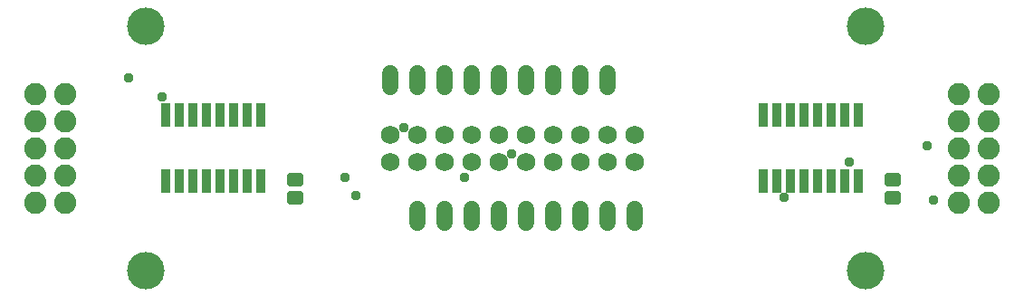
<source format=gbr>
G04 EAGLE Gerber RS-274X export*
G75*
%MOMM*%
%FSLAX34Y34*%
%LPD*%
%INSoldermask Top*%
%IPPOS*%
%AMOC8*
5,1,8,0,0,1.08239X$1,22.5*%
G01*
%ADD10C,0.701791*%
%ADD11R,0.863600X2.235200*%
%ADD12C,1.733200*%
%ADD13C,2.082800*%
%ADD14C,1.524000*%
%ADD15C,3.505200*%
%ADD16C,0.959600*%

G36*
X309591Y117432D02*
X309591Y117432D01*
X309598Y117437D01*
X309602Y117433D01*
X309984Y117524D01*
X309988Y117529D01*
X309992Y117527D01*
X310354Y117677D01*
X310357Y117682D01*
X310361Y117680D01*
X310695Y117885D01*
X310697Y117890D01*
X310701Y117890D01*
X311000Y118145D01*
X311001Y118150D01*
X311005Y118150D01*
X311260Y118449D01*
X311261Y118455D01*
X311265Y118455D01*
X311470Y118789D01*
X311469Y118795D01*
X311474Y118796D01*
X311624Y119158D01*
X311623Y119160D01*
X311624Y119160D01*
X311622Y119163D01*
X311622Y119164D01*
X311626Y119166D01*
X311717Y119548D01*
X311715Y119553D01*
X311717Y119554D01*
X311718Y119555D01*
X311749Y119946D01*
X311747Y119949D01*
X311749Y119950D01*
X311749Y125450D01*
X311747Y125452D01*
X311749Y125454D01*
X311718Y125845D01*
X311714Y125849D01*
X311717Y125852D01*
X311626Y126234D01*
X311621Y126238D01*
X311624Y126242D01*
X311474Y126604D01*
X311468Y126607D01*
X311470Y126611D01*
X311265Y126945D01*
X311260Y126947D01*
X311260Y126951D01*
X311005Y127250D01*
X311000Y127251D01*
X311000Y127255D01*
X310701Y127510D01*
X310695Y127511D01*
X310695Y127515D01*
X310361Y127720D01*
X310355Y127719D01*
X310354Y127724D01*
X309992Y127874D01*
X309986Y127872D01*
X309984Y127876D01*
X309602Y127967D01*
X309597Y127965D01*
X309595Y127968D01*
X309204Y127999D01*
X309201Y127997D01*
X309200Y127999D01*
X300009Y127968D01*
X300002Y127963D01*
X299998Y127967D01*
X299616Y127876D01*
X299612Y127871D01*
X299608Y127874D01*
X299246Y127724D01*
X299243Y127718D01*
X299239Y127720D01*
X298905Y127515D01*
X298903Y127510D01*
X298899Y127510D01*
X298600Y127255D01*
X298599Y127250D01*
X298595Y127250D01*
X298340Y126951D01*
X298339Y126945D01*
X298335Y126945D01*
X298130Y126611D01*
X298131Y126605D01*
X298127Y126604D01*
X297977Y126242D01*
X297978Y126236D01*
X297974Y126234D01*
X297883Y125852D01*
X297885Y125847D01*
X297882Y125845D01*
X297851Y125454D01*
X297853Y125451D01*
X297851Y125450D01*
X297851Y119950D01*
X297853Y119948D01*
X297851Y119946D01*
X297882Y119555D01*
X297886Y119551D01*
X297883Y119548D01*
X297974Y119166D01*
X297979Y119162D01*
X297977Y119158D01*
X298127Y118796D01*
X298132Y118793D01*
X298130Y118789D01*
X298335Y118455D01*
X298340Y118453D01*
X298340Y118449D01*
X298595Y118150D01*
X298600Y118149D01*
X298600Y118145D01*
X298899Y117890D01*
X298905Y117889D01*
X298905Y117885D01*
X299239Y117680D01*
X299245Y117681D01*
X299246Y117677D01*
X299608Y117527D01*
X299614Y117528D01*
X299616Y117524D01*
X299998Y117433D01*
X300003Y117435D01*
X300005Y117432D01*
X300396Y117401D01*
X300399Y117403D01*
X300400Y117401D01*
X309591Y117432D01*
G37*
G36*
X868391Y117432D02*
X868391Y117432D01*
X868398Y117437D01*
X868402Y117433D01*
X868784Y117524D01*
X868788Y117529D01*
X868792Y117527D01*
X869154Y117677D01*
X869157Y117682D01*
X869161Y117680D01*
X869495Y117885D01*
X869497Y117890D01*
X869501Y117890D01*
X869800Y118145D01*
X869801Y118150D01*
X869805Y118150D01*
X870060Y118449D01*
X870061Y118455D01*
X870065Y118455D01*
X870270Y118789D01*
X870269Y118795D01*
X870274Y118796D01*
X870424Y119158D01*
X870423Y119160D01*
X870424Y119160D01*
X870422Y119163D01*
X870422Y119164D01*
X870426Y119166D01*
X870517Y119548D01*
X870515Y119553D01*
X870517Y119554D01*
X870518Y119555D01*
X870549Y119946D01*
X870547Y119949D01*
X870549Y119950D01*
X870549Y125450D01*
X870547Y125452D01*
X870549Y125454D01*
X870518Y125845D01*
X870514Y125849D01*
X870517Y125852D01*
X870426Y126234D01*
X870421Y126238D01*
X870424Y126242D01*
X870274Y126604D01*
X870268Y126607D01*
X870270Y126611D01*
X870065Y126945D01*
X870060Y126947D01*
X870060Y126951D01*
X869805Y127250D01*
X869800Y127251D01*
X869800Y127255D01*
X869501Y127510D01*
X869495Y127511D01*
X869495Y127515D01*
X869161Y127720D01*
X869155Y127719D01*
X869154Y127724D01*
X868792Y127874D01*
X868786Y127872D01*
X868784Y127876D01*
X868402Y127967D01*
X868397Y127965D01*
X868395Y127968D01*
X868004Y127999D01*
X868001Y127997D01*
X868000Y127999D01*
X858809Y127968D01*
X858802Y127963D01*
X858798Y127967D01*
X858416Y127876D01*
X858412Y127871D01*
X858408Y127874D01*
X858046Y127724D01*
X858043Y127718D01*
X858039Y127720D01*
X857705Y127515D01*
X857703Y127510D01*
X857699Y127510D01*
X857400Y127255D01*
X857399Y127250D01*
X857395Y127250D01*
X857140Y126951D01*
X857139Y126945D01*
X857135Y126945D01*
X856930Y126611D01*
X856931Y126605D01*
X856927Y126604D01*
X856777Y126242D01*
X856778Y126236D01*
X856774Y126234D01*
X856683Y125852D01*
X856685Y125847D01*
X856682Y125845D01*
X856651Y125454D01*
X856653Y125451D01*
X856651Y125450D01*
X856651Y119950D01*
X856653Y119948D01*
X856651Y119946D01*
X856682Y119555D01*
X856686Y119551D01*
X856683Y119548D01*
X856774Y119166D01*
X856779Y119162D01*
X856777Y119158D01*
X856927Y118796D01*
X856932Y118793D01*
X856930Y118789D01*
X857135Y118455D01*
X857140Y118453D01*
X857140Y118449D01*
X857395Y118150D01*
X857400Y118149D01*
X857400Y118145D01*
X857699Y117890D01*
X857705Y117889D01*
X857705Y117885D01*
X858039Y117680D01*
X858045Y117681D01*
X858046Y117677D01*
X858408Y117527D01*
X858414Y117528D01*
X858416Y117524D01*
X858798Y117433D01*
X858803Y117435D01*
X858805Y117432D01*
X859196Y117401D01*
X859199Y117403D01*
X859200Y117401D01*
X868391Y117432D01*
G37*
G36*
X868391Y100632D02*
X868391Y100632D01*
X868398Y100637D01*
X868402Y100633D01*
X868784Y100724D01*
X868788Y100729D01*
X868792Y100727D01*
X869154Y100877D01*
X869157Y100882D01*
X869161Y100880D01*
X869495Y101085D01*
X869497Y101090D01*
X869501Y101090D01*
X869800Y101345D01*
X869801Y101350D01*
X869805Y101350D01*
X870060Y101649D01*
X870061Y101655D01*
X870065Y101655D01*
X870270Y101989D01*
X870269Y101995D01*
X870274Y101996D01*
X870424Y102358D01*
X870423Y102360D01*
X870424Y102360D01*
X870422Y102363D01*
X870422Y102364D01*
X870426Y102366D01*
X870517Y102748D01*
X870515Y102753D01*
X870517Y102754D01*
X870518Y102755D01*
X870549Y103146D01*
X870547Y103149D01*
X870549Y103150D01*
X870549Y108650D01*
X870547Y108652D01*
X870549Y108654D01*
X870518Y109045D01*
X870514Y109049D01*
X870517Y109052D01*
X870426Y109434D01*
X870421Y109438D01*
X870424Y109442D01*
X870274Y109804D01*
X870268Y109807D01*
X870270Y109811D01*
X870065Y110145D01*
X870060Y110147D01*
X870060Y110151D01*
X869805Y110450D01*
X869800Y110451D01*
X869800Y110455D01*
X869501Y110710D01*
X869495Y110711D01*
X869495Y110715D01*
X869161Y110920D01*
X869155Y110919D01*
X869154Y110924D01*
X868792Y111074D01*
X868786Y111072D01*
X868784Y111076D01*
X868402Y111167D01*
X868397Y111165D01*
X868395Y111168D01*
X868004Y111199D01*
X868001Y111197D01*
X868000Y111199D01*
X858809Y111168D01*
X858802Y111163D01*
X858798Y111167D01*
X858416Y111076D01*
X858412Y111071D01*
X858408Y111074D01*
X858046Y110924D01*
X858043Y110918D01*
X858039Y110920D01*
X857705Y110715D01*
X857703Y110710D01*
X857699Y110710D01*
X857400Y110455D01*
X857399Y110450D01*
X857395Y110450D01*
X857140Y110151D01*
X857139Y110145D01*
X857135Y110145D01*
X856930Y109811D01*
X856931Y109805D01*
X856927Y109804D01*
X856777Y109442D01*
X856778Y109436D01*
X856774Y109434D01*
X856683Y109052D01*
X856685Y109047D01*
X856682Y109045D01*
X856651Y108654D01*
X856653Y108651D01*
X856651Y108650D01*
X856651Y103150D01*
X856653Y103148D01*
X856651Y103146D01*
X856682Y102755D01*
X856686Y102751D01*
X856683Y102748D01*
X856774Y102366D01*
X856779Y102362D01*
X856777Y102358D01*
X856927Y101996D01*
X856932Y101993D01*
X856930Y101989D01*
X857135Y101655D01*
X857140Y101653D01*
X857140Y101649D01*
X857395Y101350D01*
X857400Y101349D01*
X857400Y101345D01*
X857699Y101090D01*
X857705Y101089D01*
X857705Y101085D01*
X858039Y100880D01*
X858045Y100881D01*
X858046Y100877D01*
X858408Y100727D01*
X858414Y100728D01*
X858416Y100724D01*
X858798Y100633D01*
X858803Y100635D01*
X858805Y100632D01*
X859196Y100601D01*
X859199Y100603D01*
X859200Y100601D01*
X868391Y100632D01*
G37*
G36*
X309591Y100632D02*
X309591Y100632D01*
X309598Y100637D01*
X309602Y100633D01*
X309984Y100724D01*
X309988Y100729D01*
X309992Y100727D01*
X310354Y100877D01*
X310357Y100882D01*
X310361Y100880D01*
X310695Y101085D01*
X310697Y101090D01*
X310701Y101090D01*
X311000Y101345D01*
X311001Y101350D01*
X311005Y101350D01*
X311260Y101649D01*
X311261Y101655D01*
X311265Y101655D01*
X311470Y101989D01*
X311469Y101995D01*
X311474Y101996D01*
X311624Y102358D01*
X311623Y102360D01*
X311624Y102360D01*
X311622Y102363D01*
X311622Y102364D01*
X311626Y102366D01*
X311717Y102748D01*
X311715Y102753D01*
X311717Y102754D01*
X311718Y102755D01*
X311749Y103146D01*
X311747Y103149D01*
X311749Y103150D01*
X311749Y108650D01*
X311747Y108652D01*
X311749Y108654D01*
X311718Y109045D01*
X311714Y109049D01*
X311717Y109052D01*
X311626Y109434D01*
X311621Y109438D01*
X311624Y109442D01*
X311474Y109804D01*
X311468Y109807D01*
X311470Y109811D01*
X311265Y110145D01*
X311260Y110147D01*
X311260Y110151D01*
X311005Y110450D01*
X311000Y110451D01*
X311000Y110455D01*
X310701Y110710D01*
X310695Y110711D01*
X310695Y110715D01*
X310361Y110920D01*
X310355Y110919D01*
X310354Y110924D01*
X309992Y111074D01*
X309986Y111072D01*
X309984Y111076D01*
X309602Y111167D01*
X309597Y111165D01*
X309595Y111168D01*
X309204Y111199D01*
X309201Y111197D01*
X309200Y111199D01*
X300009Y111168D01*
X300002Y111163D01*
X299998Y111167D01*
X299616Y111076D01*
X299612Y111071D01*
X299608Y111074D01*
X299246Y110924D01*
X299243Y110918D01*
X299239Y110920D01*
X298905Y110715D01*
X298903Y110710D01*
X298899Y110710D01*
X298600Y110455D01*
X298599Y110450D01*
X298595Y110450D01*
X298340Y110151D01*
X298339Y110145D01*
X298335Y110145D01*
X298130Y109811D01*
X298131Y109805D01*
X298127Y109804D01*
X297977Y109442D01*
X297978Y109436D01*
X297974Y109434D01*
X297883Y109052D01*
X297885Y109047D01*
X297882Y109045D01*
X297851Y108654D01*
X297853Y108651D01*
X297851Y108650D01*
X297851Y103150D01*
X297853Y103148D01*
X297851Y103146D01*
X297882Y102755D01*
X297886Y102751D01*
X297883Y102748D01*
X297974Y102366D01*
X297979Y102362D01*
X297977Y102358D01*
X298127Y101996D01*
X298132Y101993D01*
X298130Y101989D01*
X298335Y101655D01*
X298340Y101653D01*
X298340Y101649D01*
X298595Y101350D01*
X298600Y101349D01*
X298600Y101345D01*
X298899Y101090D01*
X298905Y101089D01*
X298905Y101085D01*
X299239Y100880D01*
X299245Y100881D01*
X299246Y100877D01*
X299608Y100727D01*
X299614Y100728D01*
X299616Y100724D01*
X299998Y100633D01*
X300003Y100635D01*
X300005Y100632D01*
X300396Y100601D01*
X300399Y100603D01*
X300400Y100601D01*
X309591Y100632D01*
G37*
D10*
X309207Y125457D02*
X309207Y119943D01*
X300393Y119943D01*
X300393Y125457D01*
X309207Y125457D01*
X300393Y108657D02*
X300393Y103143D01*
X300393Y108657D02*
X309207Y108657D01*
X309207Y103143D01*
X300393Y103143D01*
X868007Y119943D02*
X868007Y125457D01*
X868007Y119943D02*
X859193Y119943D01*
X859193Y125457D01*
X868007Y125457D01*
X859193Y108657D02*
X859193Y103143D01*
X859193Y108657D02*
X868007Y108657D01*
X868007Y103143D01*
X859193Y103143D01*
D11*
X273050Y183134D03*
X273050Y121666D03*
X260350Y183134D03*
X247650Y183134D03*
X260350Y121666D03*
X247650Y121666D03*
X234950Y183134D03*
X234950Y121666D03*
X222250Y183134D03*
X222250Y121666D03*
X209550Y183134D03*
X196850Y183134D03*
X209550Y121666D03*
X196850Y121666D03*
X184150Y183134D03*
X184150Y121666D03*
X831850Y183134D03*
X831850Y121666D03*
X819150Y183134D03*
X806450Y183134D03*
X819150Y121666D03*
X806450Y121666D03*
X793750Y183134D03*
X793750Y121666D03*
X781050Y183134D03*
X781050Y121666D03*
X768350Y183134D03*
X755650Y183134D03*
X768350Y121666D03*
X755650Y121666D03*
X742950Y183134D03*
X742950Y121666D03*
D12*
X393700Y139700D03*
X393700Y165100D03*
X419100Y139700D03*
X419100Y165100D03*
X444500Y139700D03*
X444500Y165100D03*
X469900Y139700D03*
X469900Y165100D03*
X495300Y139700D03*
X495300Y165100D03*
X520700Y139700D03*
X520700Y165100D03*
X546100Y139700D03*
X546100Y165100D03*
X571500Y139700D03*
X571500Y165100D03*
X596900Y139700D03*
X596900Y165100D03*
X622300Y139700D03*
X622300Y165100D03*
D13*
X62230Y203200D03*
X90170Y203200D03*
X62230Y177800D03*
X90170Y177800D03*
X62230Y152400D03*
X90170Y152400D03*
X62230Y127000D03*
X90170Y127000D03*
X62230Y101600D03*
X90170Y101600D03*
X953770Y101600D03*
X925830Y101600D03*
X953770Y127000D03*
X925830Y127000D03*
X953770Y152400D03*
X925830Y152400D03*
X953770Y177800D03*
X925830Y177800D03*
X953770Y203200D03*
X925830Y203200D03*
D14*
X393700Y209296D02*
X393700Y222504D01*
X419100Y222504D02*
X419100Y209296D01*
X444500Y209296D02*
X444500Y222504D01*
X469900Y222504D02*
X469900Y209296D01*
X495300Y209296D02*
X495300Y222504D01*
X520700Y222504D02*
X520700Y209296D01*
X546100Y209296D02*
X546100Y222504D01*
X571500Y222504D02*
X571500Y209296D01*
X596900Y209296D02*
X596900Y222504D01*
X622300Y95504D02*
X622300Y82296D01*
X596900Y82296D02*
X596900Y95504D01*
X571500Y95504D02*
X571500Y82296D01*
X546100Y82296D02*
X546100Y95504D01*
X520700Y95504D02*
X520700Y82296D01*
X495300Y82296D02*
X495300Y95504D01*
X469900Y95504D02*
X469900Y82296D01*
X444500Y82296D02*
X444500Y95504D01*
X419100Y95504D02*
X419100Y82296D01*
D15*
X165100Y38100D03*
X165100Y266700D03*
X838200Y266700D03*
X838200Y38100D03*
D16*
X361696Y107696D03*
X149352Y218440D03*
X902208Y103632D03*
X351536Y124968D03*
X896112Y154432D03*
X822960Y139192D03*
X463296Y124968D03*
X180848Y200152D03*
X406400Y171704D03*
X506984Y147320D03*
X762000Y106680D03*
M02*

</source>
